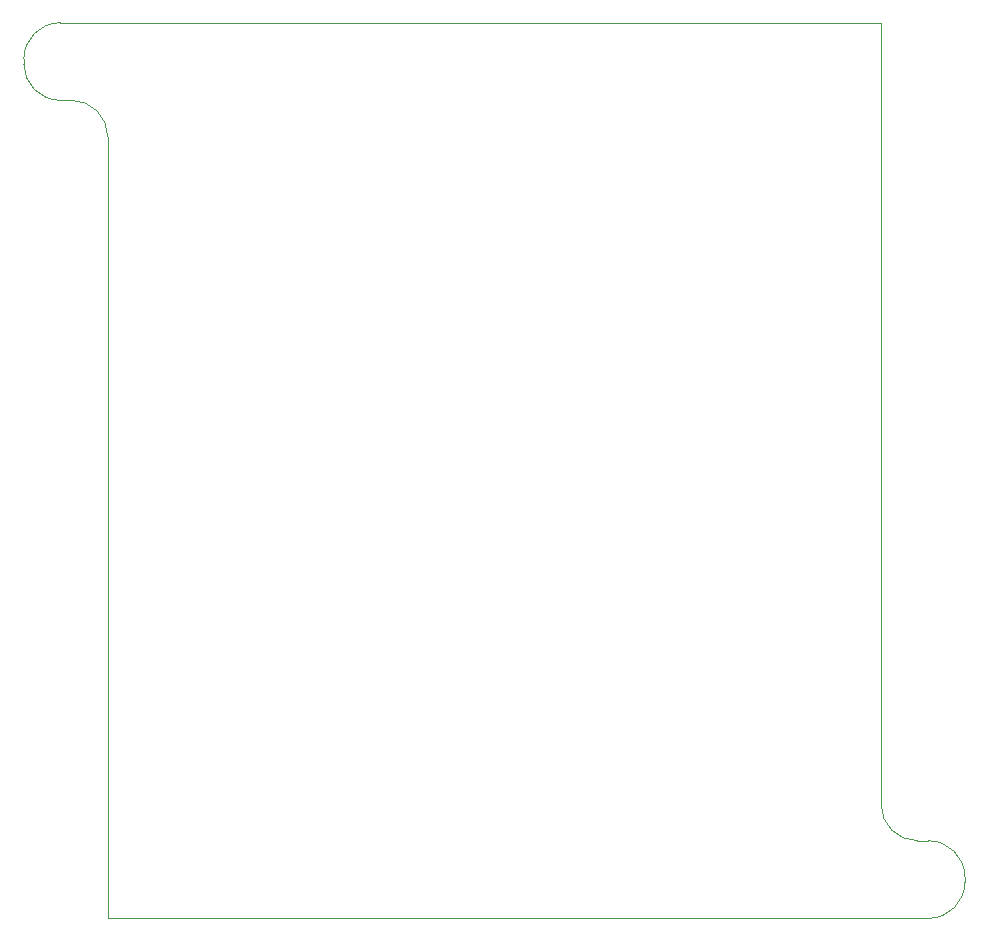
<source format=gbr>
G04 #@! TF.GenerationSoftware,KiCad,Pcbnew,5.1.9*
G04 #@! TF.CreationDate,2021-02-09T23:32:47+01:00*
G04 #@! TF.ProjectId,main_board,6d61696e-5f62-46f6-9172-642e6b696361,1*
G04 #@! TF.SameCoordinates,Original*
G04 #@! TF.FileFunction,Profile,NP*
%FSLAX46Y46*%
G04 Gerber Fmt 4.6, Leading zero omitted, Abs format (unit mm)*
G04 Created by KiCad (PCBNEW 5.1.9) date 2021-02-09 23:32:47*
%MOMM*%
%LPD*%
G01*
G04 APERTURE LIST*
G04 #@! TA.AperFunction,Profile*
%ADD10C,0.038100*%
G04 #@! TD*
G04 APERTURE END LIST*
D10*
X228203760Y2208000D02*
X228254560Y-63977520D01*
X224190949Y5286472D02*
G75*
G02*
X221094077Y8372553I-10772J3086081D01*
G01*
X221094322Y8758660D02*
G75*
G02*
X224180381Y11860612I3086059J15852D01*
G01*
X225125280Y5288827D02*
G75*
G02*
X228203760Y2208000I2763J-3075720D01*
G01*
X221094077Y8372553D02*
X221094300Y8758660D01*
X228211380Y11860000D02*
X224180381Y11860612D01*
X225125280Y5288827D02*
X224190949Y5286472D01*
X300784483Y-60490073D02*
X300784260Y-60876180D01*
X296753280Y-57406347D02*
G75*
G02*
X293674800Y-54325520I-2763J3075720D01*
G01*
X300784238Y-60876180D02*
G75*
G02*
X297698179Y-63978132I-3086059J-15852D01*
G01*
X297687611Y-57403992D02*
G75*
G02*
X300784483Y-60490073I10772J-3086081D01*
G01*
X296753280Y-57406347D02*
X297687611Y-57403992D01*
X293667180Y-63977520D02*
X297698179Y-63978132D01*
X293674800Y-54325520D02*
X293670000Y11860000D01*
X228254560Y-63977520D02*
X293670000Y-63977520D01*
X293670000Y11860000D02*
X228208840Y11860000D01*
M02*

</source>
